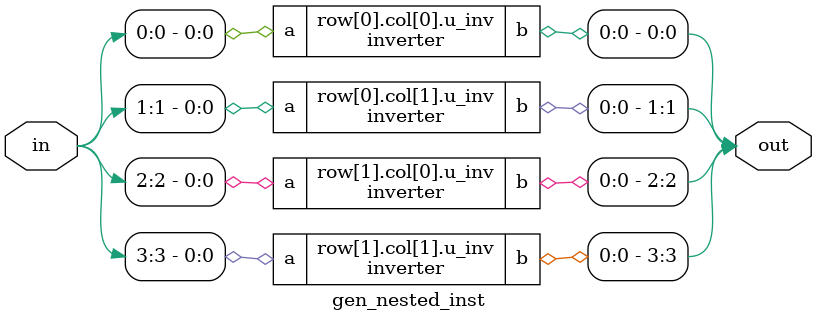
<source format=v>

module inverter(input a, output b);
    assign b = ~a;
endmodule

module dff(input clk, input d, output reg q);
    always @(posedge clk) begin
        q <= d;
    end
endmodule

module full_adder(input a, input b, input cin, output sum, output cout);
    assign sum = a ^ b ^ cin;
    assign cout = (a & b) | (a & cin) | (b & cin);
endmodule

// Generate with assigns only
module gen_assigns_only #(parameter WIDTH = 8) (
    input [WIDTH-1:0] in,
    output [WIDTH-1:0] out
);
    generate
        genvar i;
        for (i = 0; i < WIDTH; i = i + 1) begin : assign_bits
            assign out[i] = ~in[i];
        end
    endgenerate
endmodule

// Generate with module instances
module gen_instances #(parameter WIDTH = 8) (
    input [WIDTH-1:0] in,
    output [WIDTH-1:0] out
);
    generate
        genvar i;
        for (i = 0; i < WIDTH; i = i + 1) begin : inv_array
            inverter u_inv (
                .a(in[i]),
                .b(out[i])
            );
        end
    endgenerate
endmodule

// Generate with always blocks
module gen_always_only #(parameter WIDTH = 8) (
    input clk,
    input [WIDTH-1:0] data_in,
    output reg [WIDTH-1:0] data_out
);
    generate
        genvar i;
        for (i = 0; i < WIDTH; i = i + 1) begin : flop_array
            always @(posedge clk) begin
                data_out[i] <= data_in[i];
            end
        end
    endgenerate
endmodule

// Generate mixing assigns and instances
module gen_assign_instance #(parameter WIDTH = 4) (
    input [WIDTH-1:0] a,
    input [WIDTH-1:0] b,
    input cin,
    output [WIDTH-1:0] sum,
    output cout
);
    wire [WIDTH:0] carry;
    assign carry[0] = cin;
    assign cout = carry[WIDTH];

    generate
        genvar i;
        for (i = 0; i < WIDTH; i = i + 1) begin : add_stage
            // Mix: assign + instance
            full_adder u_fa (
                .a(a[i]),
                .b(b[i]),
                .cin(carry[i]),
                .sum(sum[i]),
                .cout(carry[i+1])
            );
        end
    endgenerate
endmodule

// Generate mixing instances and always blocks
module gen_instance_always #(parameter STAGES = 4) (
    input clk,
    input [STAGES-1:0] data_in,
    output [STAGES-1:0] data_out
);
    generate
        genvar i;
        for (i = 0; i < STAGES; i = i + 1) begin : pipeline
            wire inverted;

            // Instance
            inverter u_inv (
                .a(data_in[i]),
                .b(inverted)
            );

            // Always block
            always @(posedge clk) begin
                data_out[i] <= inverted;
            end
        end
    endgenerate
endmodule

// Generate mixing assigns and always blocks
module gen_assign_always #(parameter WIDTH = 8) (
    input clk,
    input [WIDTH-1:0] data_in,
    output [WIDTH-1:0] comb_out,
    output reg [WIDTH-1:0] reg_out
);
    generate
        genvar i;
        for (i = 0; i < WIDTH; i = i + 1) begin : mixed
            // Combinational assign
            assign comb_out[i] = data_in[i];

            // Sequential always
            always @(posedge clk) begin
                reg_out[i] <= ~data_in[i];
            end
        end
    endgenerate
endmodule

// Generate with ALL THREE: assigns, instances, always
module gen_all_three #(parameter WIDTH = 4) (
    input clk,
    input [WIDTH-1:0] data_in,
    output [WIDTH-1:0] inverted,
    output reg [WIDTH-1:0] registered,
    output [WIDTH-1:0] delayed
);
    generate
        genvar i;
        for (i = 0; i < WIDTH; i = i + 1) begin : complete
            wire inv_wire;

            // 1. Assign
            assign inverted[i] = ~data_in[i];

            // 2. Instance
            inverter u_inv (
                .a(data_in[i]),
                .b(inv_wire)
            );

            // 3. Always block (combinational)
            always @(*) begin
                registered[i] = inv_wire;
            end

            // 4. Another always block (sequential)
            reg stage;
            always @(posedge clk) begin
                stage <= inv_wire;
            end
            assign delayed[i] = stage;
        end
    endgenerate
endmodule

// Generate with conditional instance selection
module gen_cond_instance #(
    parameter USE_INVERTER = 1,
    parameter WIDTH = 8
) (
    input [WIDTH-1:0] data_in,
    output [WIDTH-1:0] data_out
);
    generate
        genvar i;
        for (i = 0; i < WIDTH; i = i + 1) begin : bit_proc
            if (USE_INVERTER) begin : use_inv
                inverter u_inv (
                    .a(data_in[i]),
                    .b(data_out[i])
                );
            end else begin : direct
                assign data_out[i] = data_in[i];
            end
        end
    endgenerate
endmodule

// Generate creating array of instances
module gen_instance_array #(parameter COUNT = 4) (
    input clk,
    input [COUNT-1:0] d_in,
    output [COUNT-1:0] q_out
);
    generate
        genvar i;
        for (i = 0; i < COUNT; i = i + 1) begin : dff_array
            dff u_dff (
                .clk(clk),
                .d(d_in[i]),
                .q(q_out[i])
            );
        end
    endgenerate
endmodule

// Generate with nested instances
module gen_nested_inst #(parameter ROWS = 2, parameter COLS = 2) (
    input [ROWS*COLS-1:0] in,
    output [ROWS*COLS-1:0] out
);
    generate
        genvar i, j;
        for (i = 0; i < ROWS; i = i + 1) begin : row
            for (j = 0; j < COLS; j = j + 1) begin : col
                localparam IDX = i * COLS + j;

                inverter u_inv (
                    .a(in[IDX]),
                    .b(out[IDX])
                );
            end
        end
    endgenerate
endmodule

</source>
